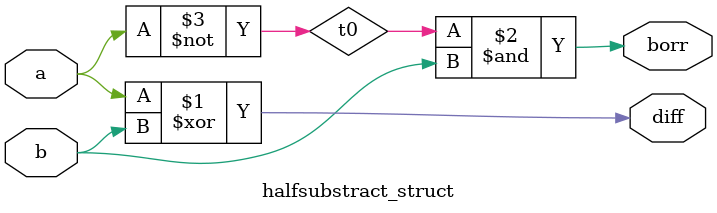
<source format=v>

module halfsubstract_struct(input a,b,output diff,borr);
wire t0;
 xor G1(diff,a,b);
 not G2(t0,a);
 and G3(borr,t0,b);
 
endmodule
</source>
